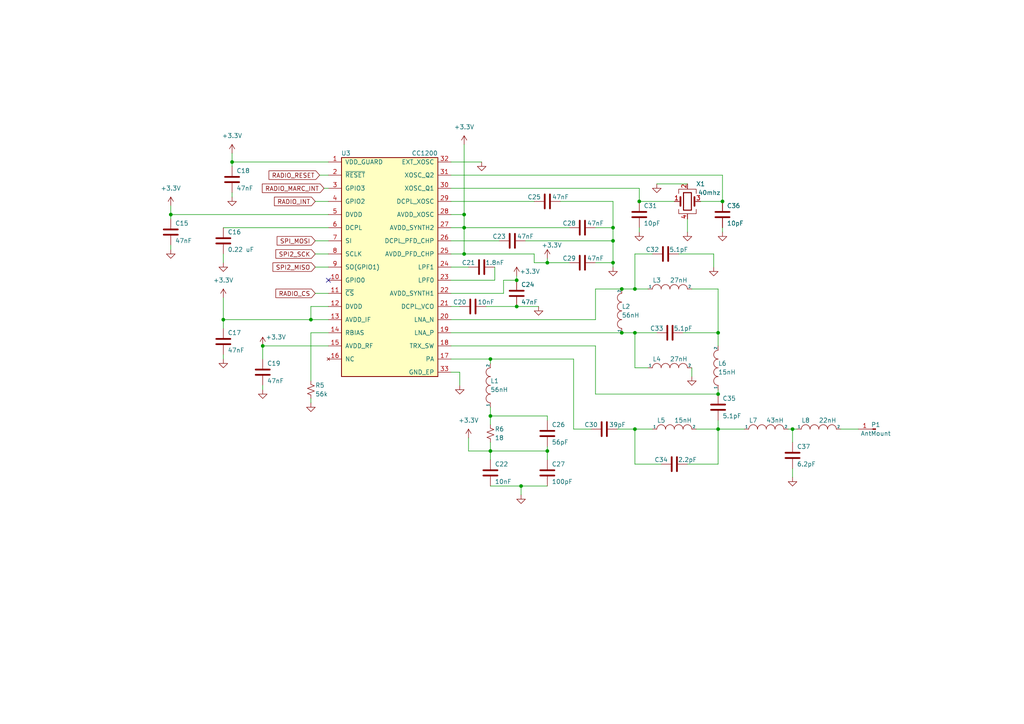
<source format=kicad_sch>
(kicad_sch (version 20211123) (generator eeschema)
  (paper "A4")
  (title_block (title "rocketBeaconModule") (date "2022-08-09") (rev "v0.1.0") (company "ArmstrongLabs") (comment 1 "monitor, additional SPI and I2C communciations.") (comment 2 "testing.  The design allows for SWO flashing, a SD card, TFT/LCD") (comment 3 "STM32F401CCU6 driving a CC1200 Radio for communications"))
  (lib_symbols
    (symbol "Connector:Conn_01x01_Male" (pin_names (offset 1.016) hide)
      (property "Reference" "J" (at 0 2.54 0))
      (property "Value" "Conn_01x01_Male" (at 0 -2.54 0))
      (symbol "Conn_01x01_Male_1_1"
        (polyline (pts (xy 1.27 0) (xy 0.8636 0)) (stroke (width 0.1524)))
        (rectangle (start 0.8636 0.127) (end 0 -0.127) (stroke (width 0.1524)) (fill (type outline)))
        (pin passive line (at 5.08 0 180) (length 3.81) (name "Pin_1") (number "1"))
      )
    )
    (symbol "Device:C" (pin_numbers hide) (pin_names (offset 0.254))
      (property "Reference" "C" (at 0.635 2.54 0))
      (property "Value" "C" (at 0.635 -2.54 0))
      (symbol "C_0_1"
        (polyline (pts (xy -2.032 -0.762) (xy 2.032 -0.762)) (stroke (width 0.508)))
        (polyline (pts (xy -2.032 0.762) (xy 2.032 0.762)) (stroke (width 0.508)))
      )
      (symbol "C_1_1"
        (pin passive line (at 0 3.81 270) (length 2.794) (name "~") (number "1"))
        (pin passive line (at 0 -3.81 90) (length 2.794) (name "~") (number "2"))
      )
    )
    (symbol "Device:Crystal_GND24" (pin_names (offset 1.016) hide)
      (property "Reference" "Y" (at 3.175 5.08 0))
      (property "Value" "Crystal_GND24" (at 3.175 3.175 0))
      (symbol "Crystal_GND24_0_1"
        (rectangle (start -1.143 2.54) (end 1.143 -2.54) (stroke (width 0.3048)))
        (polyline (pts (xy -2.54 0) (xy -2.032 0)))
        (polyline (pts (xy -2.032 -1.27) (xy -2.032 1.27)) (stroke (width 0.508)))
        (polyline (pts (xy 0 -3.81) (xy 0 -3.556)))
        (polyline (pts (xy 0 3.556) (xy 0 3.81)))
        (polyline (pts (xy 2.032 -1.27) (xy 2.032 1.27)) (stroke (width 0.508)))
        (polyline (pts (xy 2.032 0) (xy 2.54 0)))
        (polyline (pts (xy -2.54 -2.286) (xy -2.54 -3.556) (xy 2.54 -3.556) (xy 2.54 -2.286)))
        (polyline (pts (xy -2.54 2.286) (xy -2.54 3.556) (xy 2.54 3.556) (xy 2.54 2.286)))
      )
      (symbol "Crystal_GND24_1_1"
        (pin passive line (at -3.81 0 0) (length 1.27) (name "1") (number "1"))
        (pin passive line (at 0 5.08 270) (length 1.27) (name "2") (number "2"))
        (pin passive line (at 3.81 0 180) (length 1.27) (name "3") (number "3"))
        (pin passive line (at 0 -5.08 90) (length 1.27) (name "4") (number "4"))
      )
    )
    (symbol "Device:R_Small_US" (pin_numbers hide) (pin_names (offset 0.254) hide)
      (property "Reference" "R" (at 0.762 0.508 0))
      (property "Value" "R_Small_US" (at 0.762 -1.016 0))
      (symbol "R_Small_US_1_1"
        (polyline (pts (xy 0 0) (xy 1.016 -0.381) (xy 0 -0.762) (xy -1.016 -1.143) (xy 0 -1.524)))
        (polyline (pts (xy 0 1.524) (xy 1.016 1.143) (xy 0 0.762) (xy -1.016 0.381) (xy 0 0)))
        (pin passive line (at 0 2.54 270) (length 1.016) (name "~") (number "1"))
        (pin passive line (at 0 -2.54 90) (length 1.016) (name "~") (number "2"))
      )
    )
    (symbol "RF:CC1200" (pin_names (offset 1.016))
      (property "Reference" "U3" (at -12.7 29.21 0))
      (property "Value" "CC1200" (at 10.16 29.21 0))
      (symbol "CC1200_0_1"
        (rectangle (start -13.97 27.94) (end 13.97 -35.56) (stroke (width 0.254)) (fill (type background)))
      )
      (symbol "CC1200_1_1"
        (pin power_in line (at -17.78 26.67 0) (length 3.81) (name "VDD_GUARD") (number "1"))
        (pin bidirectional line (at -17.78 -7.62 0) (length 3.81) (name "GPIO0") (number "10"))
        (pin bidirectional line (at -17.78 -11.43 0) (length 3.81) (name "~{CS}") (number "11"))
        (pin power_in line (at -17.78 -15.24 0) (length 3.81) (name "DVDD") (number "12"))
        (pin power_in line (at -17.78 -19.05 0) (length 3.81) (name "AVDD_IF") (number "13"))
        (pin passive line (at -17.78 -22.86 0) (length 3.81) (name "RBIAS") (number "14"))
        (pin power_in line (at -17.78 -26.67 0) (length 3.81) (name "AVDD_RF") (number "15"))
        (pin no_connect line (at -17.78 -30.48 0) (length 3.81) (name "NC") (number "16"))
        (pin passive line (at 17.78 -30.48 180) (length 3.81) (name "PA") (number "17"))
        (pin passive line (at 17.78 -26.67 180) (length 3.81) (name "TRX_SW") (number "18"))
        (pin passive line (at 17.78 -22.86 180) (length 3.81) (name "LNA_P") (number "19"))
        (pin bidirectional line (at -17.78 22.86 0) (length 3.81) (name "~{RESET}") (number "2"))
        (pin passive line (at 17.78 -19.05 180) (length 3.81) (name "LNA_N") (number "20"))
        (pin power_out line (at 17.78 -15.24 180) (length 3.81) (name "DCPL_VCO") (number "21"))
        (pin power_in line (at 17.78 -11.43 180) (length 3.81) (name "AVDD_SYNTH1") (number "22"))
        (pin passive line (at 17.78 -7.62 180) (length 3.81) (name "LPF0") (number "23"))
        (pin passive line (at 17.78 -3.81 180) (length 3.81) (name "LPF1") (number "24"))
        (pin power_in line (at 17.78 0 180) (length 3.81) (name "AVDD_PFD_CHP") (number "25"))
        (pin power_out line (at 17.78 3.81 180) (length 3.81) (name "DCPL_PFD_CHP") (number "26"))
        (pin power_in line (at 17.78 7.62 180) (length 3.81) (name "AVDD_SYNTH2") (number "27"))
        (pin power_in line (at 17.78 11.43 180) (length 3.81) (name "AVDD_XOSC") (number "28"))
        (pin power_out line (at 17.78 15.24 180) (length 3.81) (name "DCPL_XOSC") (number "29"))
        (pin bidirectional line (at -17.78 19.05 0) (length 3.81) (name "GPIO3") (number "3"))
        (pin passive line (at 17.78 19.05 180) (length 3.81) (name "XOSC_Q1") (number "30"))
        (pin passive line (at 17.78 22.86 180) (length 3.81) (name "XOSC_Q2") (number "31"))
        (pin input line (at 17.78 26.67 180) (length 3.81) (name "EXT_XOSC") (number "32"))
        (pin power_in line (at 17.78 -34.29 180) (length 3.81) (name "GND_EP") (number "33"))
        (pin bidirectional line (at -17.78 15.24 0) (length 3.81) (name "GPIO2") (number "4"))
        (pin power_in line (at -17.78 11.43 0) (length 3.81) (name "DVDD") (number "5"))
        (pin power_out line (at -17.78 7.62 0) (length 3.81) (name "DCPL") (number "6"))
        (pin bidirectional line (at -17.78 3.81 0) (length 3.81) (name "SI") (number "7"))
        (pin bidirectional line (at -17.78 0 0) (length 3.81) (name "SCLK") (number "8"))
        (pin bidirectional line (at -17.78 -3.81 0) (length 3.81) (name "SO(GPIO1)") (number "9"))
      )
    )
    (symbol "power:+3.3V" (power) (pin_names (offset 0))
      (property "Value" "+3.3V" (at 0 3.556 0))
      (symbol "+3.3V_0_1"
        (polyline (pts (xy -0.762 1.27) (xy 0 2.54)))
        (polyline (pts (xy 0 0) (xy 0 2.54)))
        (polyline (pts (xy 0 2.54) (xy 0.762 1.27)))
      )
      (symbol "+3.3V_1_1"
        (pin power_in line (at 0 0 90) (length 0) hide (name "+3.3V") (number "1"))
      )
    )
    (symbol "power:GND" (power) (pin_names (offset 0))
      (property "Value" "GND" (at 0 -3.81 0))
      (symbol "GND_0_1"
        (polyline (pts (xy 0 0) (xy 0 -1.27) (xy 1.27 -1.27) (xy 0 -2.54) (xy -1.27 -1.27) (xy 0 -1.27)))
      )
      (symbol "GND_1_1"
        (pin power_in line (at 0 0 270) (length 0) hide (name "GND") (number "1"))
      )
    )
    (symbol "pspice:INDUCTOR" (pin_numbers hide) (pin_names (offset 0))
      (property "Reference" "L" (at 0 2.54 0))
      (property "Value" "INDUCTOR" (at 0 -1.27 0))
      (symbol "INDUCTOR_0_1"
        (arc (start -2.54 0) (mid -3.81 1.27) (end -5.08 0))
        (arc (start 0 0) (mid -1.27 1.27) (end -2.54 0))
        (arc (start 2.54 0) (mid 1.27 1.27) (end 0 0))
        (arc (start 5.08 0) (mid 3.81 1.27) (end 2.54 0))
      )
      (symbol "INDUCTOR_1_1"
        (pin input line (at -6.35 0 0) (length 1.27) (name "1") (number "1"))
        (pin input line (at 6.35 0 180) (length 1.27) (name "2") (number "2"))
      )
    )
  )
  (junction (at 208.28 96.52))
  (junction (at 149.86 88.9))
  (junction (at 134.62 73.66))
  (junction (at 64.77 92.71))
  (junction (at 142.24 104.14))
  (junction (at 90.17 92.71))
  (junction (at 49.53 62.23))
  (junction (at 158.75 76.2))
  (junction (at 177.8 69.85))
  (junction (at 209.55 58.42))
  (junction (at 177.8 76.2))
  (junction (at 151.13 140.97))
  (junction (at 76.2 100.33))
  (junction (at 229.87 124.46))
  (junction (at 177.8 66.04))
  (junction (at 142.24 130.81))
  (junction (at 180.34 96.52))
  (junction (at 67.31 46.99))
  (junction (at 184.15 124.46))
  (junction (at 180.34 83.82))
  (junction (at 134.62 66.04))
  (junction (at 134.62 62.23))
  (junction (at 208.28 124.46))
  (junction (at 149.86 81.28))
  (junction (at 185.42 58.42))
  (junction (at 184.15 83.82))
  (junction (at 142.24 120.65))
  (junction (at 184.15 96.52))
  (junction (at 158.75 130.81))
  (junction (at 208.28 114.3))
  (no_connect (at 95.25 81.28))
  (wire (pts (xy 203.2 58.42) (xy 209.55 58.42)))
  (wire (pts (xy 149.86 88.9) (xy 156.21 88.9)))
  (wire (pts (xy 158.75 76.2) (xy 165.1 76.2)))
  (wire (pts (xy 49.53 59.69) (xy 49.53 62.23)))
  (wire (pts (xy 142.24 140.97) (xy 151.13 140.97)))
  (wire (pts (xy 184.15 73.66) (xy 184.15 83.82)))
  (wire (pts (xy 185.42 54.61) (xy 185.42 58.42)))
  (wire (pts (xy 142.24 130.81) (xy 135.89 130.81)))
  (wire (pts (xy 130.81 54.61) (xy 185.42 54.61)))
  (wire (pts (xy 49.53 71.12) (xy 49.53 72.39)))
  (wire (pts (xy 172.72 83.82) (xy 180.34 83.82)))
  (wire (pts (xy 172.72 100.33) (xy 172.72 114.3)))
  (wire (pts (xy 133.35 107.95) (xy 133.35 111.76)))
  (wire (pts (xy 140.97 88.9) (xy 149.86 88.9)))
  (wire (pts (xy 184.15 134.62) (xy 184.15 124.46)))
  (wire (pts (xy 130.81 50.8) (xy 209.55 50.8)))
  (wire (pts (xy 185.42 58.42) (xy 195.58 58.42)))
  (wire (pts (xy 64.77 86.36) (xy 64.77 92.71)))
  (wire (pts (xy 229.87 124.46) (xy 231.14 124.46)))
  (wire (pts (xy 151.13 140.97) (xy 151.13 143.51)))
  (wire (pts (xy 229.87 124.46) (xy 229.87 128.27)))
  (wire (pts (xy 130.81 73.66) (xy 134.62 73.66)))
  (wire (pts (xy 142.24 130.81) (xy 142.24 133.35)))
  (wire (pts (xy 130.81 81.28) (xy 143.51 81.28)))
  (wire (pts (xy 90.17 88.9) (xy 90.17 92.71)))
  (wire (pts (xy 207.01 73.66) (xy 207.01 77.47)))
  (wire (pts (xy 198.12 96.52) (xy 208.28 96.52)))
  (wire (pts (xy 146.05 85.09) (xy 146.05 81.28)))
  (wire (pts (xy 91.44 85.09) (xy 95.25 85.09)))
  (wire (pts (xy 130.81 62.23) (xy 134.62 62.23)))
  (wire (pts (xy 49.53 62.23) (xy 95.25 62.23)))
  (wire (pts (xy 208.28 124.46) (xy 208.28 121.92)))
  (wire (pts (xy 142.24 104.14) (xy 142.24 105.41)))
  (wire (pts (xy 162.56 58.42) (xy 177.8 58.42)))
  (wire (pts (xy 130.81 66.04) (xy 134.62 66.04)))
  (wire (pts (xy 130.81 88.9) (xy 133.35 88.9)))
  (wire (pts (xy 158.75 121.92) (xy 158.75 120.65)))
  (wire (pts (xy 91.44 58.42) (xy 95.25 58.42)))
  (wire (pts (xy 209.55 50.8) (xy 209.55 58.42)))
  (wire (pts (xy 143.51 77.47) (xy 143.51 81.28)))
  (wire (pts (xy 142.24 120.65) (xy 158.75 120.65)))
  (wire (pts (xy 177.8 66.04) (xy 177.8 69.85)))
  (wire (pts (xy 191.77 134.62) (xy 184.15 134.62)))
  (wire (pts (xy 134.62 73.66) (xy 154.94 73.66)))
  (wire (pts (xy 130.81 107.95) (xy 133.35 107.95)))
  (wire (pts (xy 208.28 83.82) (xy 208.28 96.52)))
  (wire (pts (xy 134.62 62.23) (xy 134.62 66.04)))
  (wire (pts (xy 91.44 77.47) (xy 95.25 77.47)))
  (wire (pts (xy 151.13 140.97) (xy 158.75 140.97)))
  (wire (pts (xy 135.89 130.81) (xy 135.89 127)))
  (wire (pts (xy 158.75 74.93) (xy 158.75 76.2)))
  (wire (pts (xy 91.44 73.66) (xy 95.25 73.66)))
  (wire (pts (xy 64.77 92.71) (xy 90.17 92.71)))
  (wire (pts (xy 185.42 66.04) (xy 185.42 67.31)))
  (wire (pts (xy 130.81 46.99) (xy 139.7 46.99)))
  (wire (pts (xy 92.71 50.8) (xy 95.25 50.8)))
  (wire (pts (xy 67.31 55.88) (xy 67.31 57.15)))
  (wire (pts (xy 130.81 85.09) (xy 146.05 85.09)))
  (wire (pts (xy 93.98 54.61) (xy 95.25 54.61)))
  (wire (pts (xy 184.15 96.52) (xy 180.34 96.52)))
  (wire (pts (xy 172.72 76.2) (xy 177.8 76.2)))
  (wire (pts (xy 154.94 76.2) (xy 158.75 76.2)))
  (wire (pts (xy 149.86 80.01) (xy 149.86 81.28)))
  (wire (pts (xy 187.96 106.68) (xy 184.15 106.68)))
  (wire (pts (xy 154.94 73.66) (xy 154.94 76.2)))
  (wire (pts (xy 179.07 124.46) (xy 184.15 124.46)))
  (wire (pts (xy 208.28 96.52) (xy 208.28 100.33)))
  (wire (pts (xy 76.2 111.76) (xy 76.2 113.03)))
  (wire (pts (xy 199.39 63.5) (xy 199.39 67.31)))
  (wire (pts (xy 177.8 69.85) (xy 177.8 76.2)))
  (wire (pts (xy 67.31 46.99) (xy 67.31 48.26)))
  (wire (pts (xy 130.81 69.85) (xy 144.78 69.85)))
  (wire (pts (xy 209.55 66.04) (xy 209.55 67.31)))
  (wire (pts (xy 184.15 83.82) (xy 187.96 83.82)))
  (wire (pts (xy 134.62 41.91) (xy 134.62 62.23)))
  (wire (pts (xy 49.53 62.23) (xy 49.53 63.5)))
  (wire (pts (xy 208.28 113.03) (xy 208.28 114.3)))
  (wire (pts (xy 228.6 124.46) (xy 229.87 124.46)))
  (wire (pts (xy 90.17 115.57) (xy 90.17 116.84)))
  (wire (pts (xy 172.72 92.71) (xy 130.81 92.71)))
  (wire (pts (xy 95.25 46.99) (xy 67.31 46.99)))
  (wire (pts (xy 90.17 92.71) (xy 95.25 92.71)))
  (wire (pts (xy 76.2 100.33) (xy 76.2 104.14)))
  (wire (pts (xy 200.66 106.68) (xy 200.66 109.22)))
  (wire (pts (xy 130.81 77.47) (xy 135.89 77.47)))
  (wire (pts (xy 201.93 124.46) (xy 208.28 124.46)))
  (wire (pts (xy 134.62 66.04) (xy 165.1 66.04)))
  (wire (pts (xy 91.44 69.85) (xy 95.25 69.85)))
  (wire (pts (xy 146.05 81.28) (xy 149.86 81.28)))
  (wire (pts (xy 130.81 104.14) (xy 142.24 104.14)))
  (wire (pts (xy 177.8 58.42) (xy 177.8 66.04)))
  (wire (pts (xy 64.77 92.71) (xy 64.77 95.25)))
  (wire (pts (xy 243.84 124.46) (xy 248.92 124.46)))
  (wire (pts (xy 196.85 73.66) (xy 207.01 73.66)))
  (wire (pts (xy 158.75 129.54) (xy 158.75 130.81)))
  (wire (pts (xy 208.28 124.46) (xy 215.9 124.46)))
  (wire (pts (xy 172.72 114.3) (xy 208.28 114.3)))
  (wire (pts (xy 172.72 66.04) (xy 177.8 66.04)))
  (wire (pts (xy 200.66 83.82) (xy 208.28 83.82)))
  (wire (pts (xy 172.72 83.82) (xy 172.72 92.71)))
  (wire (pts (xy 152.4 69.85) (xy 177.8 69.85)))
  (wire (pts (xy 64.77 73.66) (xy 64.77 76.2)))
  (wire (pts (xy 199.39 134.62) (xy 208.28 134.62)))
  (wire (pts (xy 184.15 106.68) (xy 184.15 96.52)))
  (wire (pts (xy 142.24 104.14) (xy 166.37 104.14)))
  (wire (pts (xy 184.15 83.82) (xy 180.34 83.82)))
  (wire (pts (xy 64.77 66.04) (xy 95.25 66.04)))
  (wire (pts (xy 166.37 104.14) (xy 166.37 124.46)))
  (wire (pts (xy 177.8 76.2) (xy 177.8 77.47)))
  (wire (pts (xy 189.23 73.66) (xy 184.15 73.66)))
  (wire (pts (xy 184.15 96.52) (xy 190.5 96.52)))
  (wire (pts (xy 208.28 134.62) (xy 208.28 124.46)))
  (wire (pts (xy 95.25 96.52) (xy 90.17 96.52)))
  (wire (pts (xy 76.2 100.33) (xy 95.25 100.33)))
  (wire (pts (xy 142.24 130.81) (xy 158.75 130.81)))
  (wire (pts (xy 184.15 124.46) (xy 189.23 124.46)))
  (wire (pts (xy 158.75 130.81) (xy 158.75 133.35)))
  (wire (pts (xy 64.77 104.14) (xy 64.77 102.87)))
  (wire (pts (xy 130.81 58.42) (xy 154.94 58.42)))
  (wire (pts (xy 95.25 88.9) (xy 90.17 88.9)))
  (wire (pts (xy 67.31 46.99) (xy 67.31 44.45)))
  (wire (pts (xy 229.87 135.89) (xy 229.87 138.43)))
  (wire (pts (xy 142.24 120.65) (xy 142.24 123.19)))
  (wire (pts (xy 134.62 66.04) (xy 134.62 73.66)))
  (wire (pts (xy 190.5 53.34) (xy 199.39 53.34)))
  (wire (pts (xy 142.24 118.11) (xy 142.24 120.65)))
  (wire (pts (xy 130.81 96.52) (xy 180.34 96.52)))
  (wire (pts (xy 130.81 100.33) (xy 172.72 100.33)))
  (wire (pts (xy 90.17 96.52) (xy 90.17 110.49)))
  (wire (pts (xy 142.24 128.27) (xy 142.24 130.81)))
  (wire (pts (xy 166.37 124.46) (xy 171.45 124.46)))
  (global_label "RADIO_CS" (shape input) (at 91.44 85.09 180) (property "Intersheet References" "${INTERSHEET_REFS}" (effects hide)))
  (global_label "RADIO_MARC_INT" (shape input) (at 93.98 54.61 180) (property "Intersheet References" "${INTERSHEET_REFS}" (effects hide)))
  (global_label "SPI2_MISO" (shape input) (at 91.44 77.47 180) (property "Intersheet References" "${INTERSHEET_REFS}" (effects hide)))
  (global_label "SPI2_SCK" (shape input) (at 91.44 73.66 180) (property "Intersheet References" "${INTERSHEET_REFS}" (effects hide)))
  (global_label "RADIO_RESET" (shape input) (at 92.71 50.8 180) (property "Intersheet References" "${INTERSHEET_REFS}" (effects hide)))
  (global_label "SPI_MOSI" (shape input) (at 91.44 69.85 180) (property "Intersheet References" "${INTERSHEET_REFS}" (effects hide)))
  (global_label "RADIO_INT" (shape input) (at 91.44 58.42 180) (property "Intersheet References" "${INTERSHEET_REFS}" (effects hide)))
  (symbol (lib_id "RF:CC1200") (at 113.03 73.66 0) (unit 1)
    (property "Reference" "U3" (at 100.33 44.45 0))
    (property "Value" "CC1200" (at 123.19 44.45 0))
    (property "Footprint" "Package_DFN_QFN:QFN-32-1EP_5x5mm_P0.5mm_EP3.45x3.45mm" (effects hide))
    (property "Datasheet" "http://www.ti.com/lit/ds/symlink/cc1200.pdf" (effects hide))
  )
  (symbol (lib_id "Device:C") (at 168.91 66.04 270) (unit 1)
    (property "Reference" "C28" (at 165.1 64.77 90))
    (property "Value" "47nF" (at 172.72 64.77 90))
    (property "Footprint" "Capacitor_SMD:C_0402_1005Metric" (effects hide))
    (property "Datasheet" "https://datasheet.lcsc.com/lcsc/2004071033_TDK-CGA2B2X7R1C473KT0Y0F_C508865.pdf" (effects hide))
  )
  (symbol (lib_id "power:GND") (at 76.2 113.03 0) (unit 1)
    (property "Reference" "#PWR043" (effects hide))
    (property "Value" "GND" (effects hide))
  )
  (symbol (lib_id "power:GND") (at 49.53 72.39 0) (unit 1)
    (property "Reference" "#PWR036" (effects hide))
    (property "Value" "GND" (effects hide))
  )
  (symbol (lib_id "power:GND") (at 190.5 53.34 0) (unit 1)
    (property "Reference" "#PWR055" (effects hide))
    (property "Value" "GND" (effects hide))
  )
  (symbol (lib_id "power:GND") (at 177.8 77.47 0) (unit 1)
    (property "Reference" "#PWR053" (effects hide))
    (property "Value" "GND" (effects hide))
  )
  (symbol (lib_id "pspice:INDUCTOR") (at 237.49 124.46 0) (unit 1)
    (property "Reference" "L8" (at 233.68 121.92 0))
    (property "Value" "22nH" (at 240.03 121.92 0))
    (property "Footprint" "Capacitor_SMD:C_0402_1005Metric" (effects hide))
    (property "Datasheet" "https://datasheet.lcsc.com/lcsc/1811081613_Murata-Electronics-LQG15HS22NJ02D_C12670.pdf" (effects hide))
  )
  (symbol (lib_id "power:GND") (at 156.21 88.9 0) (unit 1)
    (property "Reference" "#PWR051" (effects hide))
    (property "Value" "GND" (effects hide))
  )
  (symbol (lib_id "power:GND") (at 64.77 104.14 0) (unit 1)
    (property "Reference" "#PWR039" (effects hide))
    (property "Value" "GND" (effects hide))
  )
  (symbol (lib_id "power:+3.3V") (at 149.86 80.01 0) (unit 1)
    (property "Reference" "#PWR049" (effects hide))
    (property "Value" "+3.3V" (at 153.67 78.74 0))
  )
  (symbol (lib_id "power:GND") (at 64.77 76.2 0) (unit 1)
    (property "Reference" "#PWR037" (effects hide))
    (property "Value" "GND" (effects hide))
  )
  (symbol (lib_id "pspice:INDUCTOR") (at 194.31 83.82 0) (unit 1)
    (property "Reference" "L3" (at 190.5 81.28 0))
    (property "Value" "27nH" (at 196.85 81.28 0))
    (property "Footprint" "Capacitor_SMD:C_0402_1005Metric" (effects hide))
    (property "Datasheet" "https://datasheet.lcsc.com/lcsc/1811081610_Murata-Electronics-LQG15HS27NJ02D_C12669.pdf" (effects hide))
  )
  (symbol (lib_id "Device:C") (at 185.42 62.23 0) (unit 1)
    (property "Reference" "C31" (at 186.69 59.69 0) (effects (justify left)))
    (property "Value" "10pF" (at 186.69 64.77 0) (effects (justify left)))
    (property "Footprint" "Capacitor_SMD:C_0402_1005Metric" (effects hide))
    (property "Datasheet" "https://datasheet.lcsc.com/lcsc/1811061736_Walsin-Tech-Corp-0402N100J500CT_C301961.pdf" (effects hide))
  )
  (symbol (lib_id "Device:C") (at 139.7 77.47 270) (unit 1)
    (property "Reference" "C21" (at 135.89 76.2 90))
    (property "Value" "1.8nF" (at 143.51 76.2 90))
    (property "Footprint" "Capacitor_SMD:C_0402_1005Metric" (effects hide))
    (property "Datasheet" "https://datasheet.lcsc.com/lcsc/1810191621_Walsin-Tech-Corp-0402B182K500CT_C152808.pdf" (effects hide))
  )
  (symbol (lib_id "Device:C") (at 148.59 69.85 270) (unit 1)
    (property "Reference" "C23" (at 144.78 68.58 90))
    (property "Value" "47nF" (at 152.4 68.58 90))
    (property "Footprint" "Capacitor_SMD:C_0402_1005Metric" (effects hide))
    (property "Datasheet" "https://datasheet.lcsc.com/lcsc/2004071033_TDK-CGA2B2X7R1C473KT0Y0F_C508865.pdf" (effects hide))
  )
  (symbol (lib_id "power:GND") (at 151.13 143.51 0) (unit 1)
    (property "Reference" "#PWR050" (effects hide))
    (property "Value" "GND" (effects hide))
  )
  (symbol (lib_id "Device:C") (at 64.77 99.06 0) (unit 1)
    (property "Reference" "C17" (at 66.04 96.52 0) (effects (justify left)))
    (property "Value" "47nF" (at 66.04 101.6 0) (effects (justify left)))
    (property "Footprint" "Capacitor_SMD:C_0402_1005Metric" (effects hide))
    (property "Datasheet" "https://datasheet.lcsc.com/lcsc/2004071033_TDK-CGA2B2X7R1C473KT0Y0F_C508865.pdf" (effects hide))
  )
  (symbol (lib_id "Device:C") (at 209.55 62.23 0) (unit 1)
    (property "Reference" "C36" (at 210.82 59.69 0) (effects (justify left)))
    (property "Value" "10pF" (at 210.82 64.77 0) (effects (justify left)))
    (property "Footprint" "Capacitor_SMD:C_0402_1005Metric" (effects hide))
    (property "Datasheet" "https://datasheet.lcsc.com/lcsc/1811061736_Walsin-Tech-Corp-0402N100J500CT_C301961.pdf" (effects hide))
  )
  (symbol (lib_id "Device:C") (at 149.86 85.09 0) (unit 1)
    (property "Reference" "C24" (at 151.13 82.55 0) (effects (justify left)))
    (property "Value" "47nF" (at 151.13 87.63 0) (effects (justify left)))
    (property "Footprint" "Capacitor_SMD:C_0402_1005Metric" (effects hide))
    (property "Datasheet" "https://datasheet.lcsc.com/lcsc/2004071033_TDK-CGA2B2X7R1C473KT0Y0F_C508865.pdf" (effects hide))
  )
  (symbol (lib_id "Device:C") (at 158.75 137.16 0) (unit 1)
    (property "Reference" "C27" (at 160.02 134.62 0) (effects (justify left)))
    (property "Value" "100pF" (at 160.02 139.7 0) (effects (justify left)))
    (property "Footprint" "Capacitor_SMD:C_0402_1005Metric" (effects hide))
    (property "Datasheet" "https://datasheet.lcsc.com/lcsc/1811081510_Murata-Electronics-GCM1555C1H101JA16D_C126492.pdf" (effects hide))
  )
  (symbol (lib_id "Device:C") (at 193.04 73.66 270) (unit 1)
    (property "Reference" "C32" (at 189.23 72.39 90))
    (property "Value" "5.1pF" (at 196.85 72.39 90))
    (property "Footprint" "Capacitor_SMD:C_0402_1005Metric" (effects hide))
    (property "Datasheet" "https://datasheet.lcsc.com/lcsc/1810241229_YAGEO-CC0402CRNPO9BN5R1_C281761.pdf" (effects hide))
  )
  (symbol (lib_id "power:GND") (at 67.31 57.15 0) (unit 1)
    (property "Reference" "#PWR041" (effects hide))
    (property "Value" "GND" (effects hide))
  )
  (symbol (lib_id "pspice:INDUCTOR") (at 222.25 124.46 0) (unit 1)
    (property "Reference" "L7" (at 218.44 121.92 0))
    (property "Value" "43nH" (at 224.79 121.92 0))
    (property "Footprint" "Capacitor_SMD:C_0402_1005Metric" (effects hide))
    (property "Datasheet" "https://datasheet.lcsc.com/lcsc/1810010216_TDK-MLG1005S43NJT000_C99149.pdf" (effects hide))
  )
  (symbol (lib_id "Device:R_Small_US") (at 90.17 113.03 0) (unit 1)
    (property "Reference" "R5" (at 91.44 111.76 0) (effects (justify left)))
    (property "Value" "56k" (at 91.44 114.3 0) (effects (justify left)))
    (property "Footprint" "Capacitor_SMD:C_0402_1005Metric" (effects hide))
    (property "Datasheet" "https://datasheet.lcsc.com/lcsc/2206010100_UNI-ROYAL-Uniroyal-Elec-0402WGF5602TCE_C25796.pdf" (effects hide))
  )
  (symbol (lib_id "Device:C") (at 158.75 58.42 270) (unit 1)
    (property "Reference" "C25" (at 154.94 57.15 90))
    (property "Value" "47nF" (at 162.56 57.15 90))
    (property "Footprint" "Capacitor_SMD:C_0402_1005Metric" (effects hide))
    (property "Datasheet" "https://datasheet.lcsc.com/lcsc/2004071033_TDK-CGA2B2X7R1C473KT0Y0F_C508865.pdf" (effects hide))
  )
  (symbol (lib_id "power:GND") (at 90.17 116.84 0) (unit 1)
    (property "Reference" "#PWR044" (effects hide))
    (property "Value" "GND" (effects hide))
  )
  (symbol (lib_id "Device:C") (at 142.24 137.16 0) (unit 1)
    (property "Reference" "C22" (at 143.51 134.62 0) (effects (justify left)))
    (property "Value" "10nF" (at 143.51 139.7 0) (effects (justify left)))
    (property "Footprint" "Capacitor_SMD:C_0402_1005Metric" (effects hide))
    (property "Datasheet" "https://datasheet.lcsc.com/lcsc/1808291033_Johanson-Dielectrics-250R07W103KV4T_C167438.pdf" (effects hide))
  )
  (symbol (lib_id "power:GND") (at 207.01 77.47 0) (unit 1)
    (property "Reference" "#PWR058" (effects hide))
    (property "Value" "GND" (effects hide))
  )
  (symbol (lib_id "Device:C") (at 49.53 67.31 0) (unit 1)
    (property "Reference" "C15" (at 50.8 64.77 0) (effects (justify left)))
    (property "Value" "47nF" (at 50.8 69.85 0) (effects (justify left)))
    (property "Footprint" "Capacitor_SMD:C_0402_1005Metric" (effects hide))
    (property "Datasheet" "https://datasheet.lcsc.com/lcsc/2004071033_TDK-CGA2B2X7R1C473KT0Y0F_C508865.pdf" (effects hide))
  )
  (symbol (lib_id "Device:C") (at 168.91 76.2 270) (unit 1)
    (property "Reference" "C29" (at 165.1 74.93 90))
    (property "Value" "47nF" (at 172.72 74.93 90))
    (property "Footprint" "Capacitor_SMD:C_0402_1005Metric" (effects hide))
    (property "Datasheet" "https://datasheet.lcsc.com/lcsc/2004071033_TDK-CGA2B2X7R1C473KT0Y0F_C508865.pdf" (effects hide))
  )
  (symbol (lib_id "power:+3.3V") (at 67.31 44.45 0) (unit 1)
    (property "Reference" "#PWR040" (effects hide))
    (property "Value" "+3.3V" (at 67.31 39.37 0))
  )
  (symbol (lib_id "power:GND") (at 199.39 67.31 0) (unit 1)
    (property "Reference" "#PWR056" (effects hide))
    (property "Value" "GND" (effects hide))
  )
  (symbol (lib_id "pspice:INDUCTOR") (at 194.31 106.68 0) (unit 1)
    (property "Reference" "L4" (at 190.5 104.14 0))
    (property "Value" "27nH" (at 196.85 104.14 0))
    (property "Footprint" "Capacitor_SMD:C_0402_1005Metric" (effects hide))
    (property "Datasheet" "https://datasheet.lcsc.com/lcsc/1811081610_Murata-Electronics-LQG15HS27NJ02D_C12669.pdf" (effects hide))
  )
  (symbol (lib_id "Device:C") (at 195.58 134.62 270) (unit 1)
    (property "Reference" "C34" (at 191.77 133.35 90))
    (property "Value" "2.2pF" (at 199.39 133.35 90))
    (property "Footprint" "Capacitor_SMD:C_0402_1005Metric" (effects hide))
    (property "Datasheet" "https://datasheet.lcsc.com/lcsc/1811081723_Murata-Electronics-GJM1555C1H2R2BB01D_C88886.pdf" (effects hide))
  )
  (symbol (lib_id "Device:C") (at 67.31 52.07 0) (unit 1)
    (property "Reference" "C18" (at 68.58 49.53 0) (effects (justify left)))
    (property "Value" "47nF" (at 68.58 54.61 0) (effects (justify left)))
    (property "Footprint" "Capacitor_SMD:C_0402_1005Metric" (effects hide))
    (property "Datasheet" "https://datasheet.lcsc.com/lcsc/2004071033_TDK-CGA2B2X7R1C473KT0Y0F_C508865.pdf" (effects hide))
  )
  (symbol (lib_id "power:+3.3V") (at 134.62 41.91 0) (unit 1)
    (property "Reference" "#PWR046" (effects hide))
    (property "Value" "+3.3V" (at 134.62 36.83 0))
  )
  (symbol (lib_id "Device:C") (at 194.31 96.52 270) (unit 1)
    (property "Reference" "C33" (at 190.5 95.25 90))
    (property "Value" "5.1pF" (at 198.12 95.25 90))
    (property "Footprint" "Capacitor_SMD:C_0402_1005Metric" (effects hide))
    (property "Datasheet" "https://datasheet.lcsc.com/lcsc/1810241229_YAGEO-CC0402CRNPO9BN5R1_C281761.pdf" (effects hide))
  )
  (symbol (lib_id "pspice:INDUCTOR") (at 142.24 111.76 90) (unit 1)
    (property "Reference" "L1" (at 142.24 110.49 90) (effects (justify right)))
    (property "Value" "56nH" (at 142.24 113.03 90) (effects (justify right)))
    (property "Footprint" "Capacitor_SMD:C_0402_1005Metric" (effects hide))
    (property "Datasheet" "https://datasheet.lcsc.com/lcsc/1811081511_Murata-Electronics-LQG15HS56NJ02D_C162544.pdf" (effects hide))
  )
  (symbol (lib_id "pspice:INDUCTOR") (at 208.28 106.68 90) (unit 1)
    (property "Reference" "L6" (at 208.28 105.41 90) (effects (justify right)))
    (property "Value" "15nH" (at 208.28 107.95 90) (effects (justify right)))
    (property "Footprint" "Capacitor_SMD:C_0402_1005Metric" (effects hide))
    (property "Datasheet" "https://datasheet.lcsc.com/lcsc/1811081610_Murata-Electronics-LQG15HS15NJ02D_C86059.pdf" (effects hide))
  )
  (symbol (lib_id "Device:Crystal_GND24") (at 199.39 58.42 0) (unit 1)
    (property "Reference" "X1" (at 203.2 53.34 0))
    (property "Value" "40mhz" (at 205.74 55.88 0))
    (property "Footprint" "Oscillator:Oscillator_SMD_Abracon_ASE-4Pin_3.2x2.5mm" (effects hide))
    (property "Datasheet" "https://abracon.com/Resonators/ABM8W.pdf" (effects hide))
  )
  (symbol (lib_id "power:GND") (at 200.66 109.22 0) (unit 1)
    (property "Reference" "#PWR057" (effects hide))
    (property "Value" "GND" (effects hide))
  )
  (symbol (lib_id "Device:R_Small_US") (at 142.24 125.73 0) (unit 1)
    (property "Reference" "R6" (at 143.51 124.46 0) (effects (justify left)))
    (property "Value" "18" (at 143.51 127 0) (effects (justify left)))
    (property "Footprint" "Capacitor_SMD:C_0402_1005Metric" (effects hide))
    (property "Datasheet" "https://datasheet.lcsc.com/lcsc/2205311900_UNI-ROYAL-Uniroyal-Elec-0402WGF180JTCE_C25084.pdf" (effects hide))
  )
  (symbol (lib_id "Device:C") (at 64.77 69.85 0) (unit 1)
    (property "Reference" "C16" (at 66.04 67.31 0) (effects (justify left)))
    (property "Value" "0.22 uF" (at 66.04 72.39 0) (effects (justify left)))
    (property "Footprint" "Capacitor_SMD:C_0402_1005Metric" (effects hide))
    (property "Datasheet" "https://jlcpcb.com/partdetail/Tdk-CGA2B2X7R1C473KT0Y0F/C508865" (effects hide))
  )
  (symbol (lib_id "power:GND") (at 185.42 67.31 0) (unit 1)
    (property "Reference" "#PWR054" (effects hide))
    (property "Value" "GND" (effects hide))
  )
  (symbol (lib_id "power:+3.3V") (at 64.77 86.36 0) (unit 1)
    (property "Reference" "#PWR038" (effects hide))
    (property "Value" "+3.3V" (at 64.77 81.28 0))
  )
  (symbol (lib_id "Device:C") (at 137.16 88.9 270) (unit 1)
    (property "Reference" "C20" (at 133.35 87.63 90))
    (property "Value" "10nF" (at 140.97 87.63 90))
    (property "Footprint" "Capacitor_SMD:C_0402_1005Metric" (effects hide))
    (property "Datasheet" "https://datasheet.lcsc.com/lcsc/1808291033_Johanson-Dielectrics-250R07W103KV4T_C167438.pdf" (effects hide))
  )
  (symbol (lib_id "power:GND") (at 209.55 67.31 0) (unit 1)
    (property "Reference" "#PWR059" (effects hide))
    (property "Value" "GND" (effects hide))
  )
  (symbol (lib_id "power:+3.3V") (at 135.89 127 0) (unit 1)
    (property "Reference" "#PWR047" (effects hide))
    (property "Value" "+3.3V" (at 135.89 121.92 0))
  )
  (symbol (lib_id "power:+3.3V") (at 49.53 59.69 0) (unit 1)
    (property "Reference" "#PWR035" (effects hide))
    (property "Value" "+3.3V" (at 49.53 54.61 0))
  )
  (symbol (lib_id "power:+3.3V") (at 158.75 74.93 0) (unit 1)
    (property "Reference" "#PWR052" (effects hide))
    (property "Value" "+3.3V" (at 160.02 71.12 0))
  )
  (symbol (lib_id "power:GND") (at 139.7 46.99 0) (unit 1)
    (property "Reference" "#PWR048" (effects hide))
    (property "Value" "GND" (effects hide))
  )
  (symbol (lib_id "Device:C") (at 229.87 132.08 0) (unit 1)
    (property "Reference" "C37" (at 231.14 129.54 0) (effects (justify left)))
    (property "Value" "6.2pF" (at 231.14 134.62 0) (effects (justify left)))
    (property "Footprint" "Capacitor_SMD:C_0402_1005Metric" (effects hide))
    (property "Datasheet" "https://datasheet.lcsc.com/lcsc/1912111437_Murata-Electronics-GJM1555C1H6R2CB01D_C415542.pdf" (effects hide))
  )
  (symbol (lib_id "Device:C") (at 208.28 118.11 0) (unit 1)
    (property "Reference" "C35" (at 209.55 115.57 0) (effects (justify left)))
    (property "Value" "5.1pF" (at 209.55 120.65 0) (effects (justify left)))
    (property "Footprint" "Capacitor_SMD:C_0402_1005Metric" (effects hide))
    (property "Datasheet" "https://datasheet.lcsc.com/lcsc/1810241229_YAGEO-CC0402CRNPO9BN5R1_C281761.pdf" (effects hide))
  )
  (symbol (lib_id "pspice:INDUCTOR") (at 180.34 90.17 90) (unit 1)
    (property "Reference" "L2" (at 180.34 88.9 90) (effects (justify right)))
    (property "Value" "56nH" (at 180.34 91.44 90) (effects (justify right)))
    (property "Footprint" "Capacitor_SMD:C_0402_1005Metric" (effects hide))
    (property "Datasheet" "https://datasheet.lcsc.com/lcsc/1811081511_Murata-Electronics-LQG15HS56NJ02D_C162544.pdf" (effects hide))
  )
  (symbol (lib_id "pspice:INDUCTOR") (at 195.58 124.46 0) (unit 1)
    (property "Reference" "L5" (at 191.77 121.92 0))
    (property "Value" "15nH" (at 198.12 121.92 0))
    (property "Footprint" "Capacitor_SMD:C_0402_1005Metric" (effects hide))
    (property "Datasheet" "https://datasheet.lcsc.com/lcsc/1811081610_Murata-Electronics-LQG15HS15NJ02D_C86059.pdf" (effects hide))
  )
  (symbol (lib_id "Device:C") (at 175.26 124.46 270) (unit 1)
    (property "Reference" "C30" (at 171.45 123.19 90))
    (property "Value" "39pF" (at 179.07 123.19 90))
    (property "Footprint" "Capacitor_SMD:C_0402_1005Metric" (effects hide))
    (property "Datasheet" "https://datasheet.lcsc.com/lcsc/1810231022_Samsung-Electro-Mechanics-CL05C390JB5NNNC_C86288.pdf" (effects hide))
  )
  (symbol (lib_id "Device:C") (at 158.75 125.73 0) (unit 1)
    (property "Reference" "C26" (at 160.02 123.19 0) (effects (justify left)))
    (property "Value" "56pF" (at 160.02 128.27 0) (effects (justify left)))
    (property "Footprint" "Capacitor_SMD:C_0402_1005Metric" (effects hide))
    (property "Datasheet" "https://datasheet.lcsc.com/lcsc/1912111437_Walsin-Tech-Corp-MT15N560J500CT_C335543.pdf" (effects hide))
  )
  (symbol (lib_id "Device:C") (at 76.2 107.95 0) (unit 1)
    (property "Reference" "C19" (at 77.47 105.41 0) (effects (justify left)))
    (property "Value" "47nF" (at 77.47 110.49 0) (effects (justify left)))
    (property "Footprint" "Capacitor_SMD:C_0402_1005Metric" (effects hide))
    (property "Datasheet" "https://datasheet.lcsc.com/lcsc/2004071033_TDK-CGA2B2X7R1C473KT0Y0F_C508865.pdf" (effects hide))
  )
  (symbol (lib_id "power:+3.3V") (at 76.2 100.33 0) (unit 1)
    (property "Reference" "#PWR042" (effects hide))
    (property "Value" "+3.3V" (at 80.01 97.79 0))
  )
  (symbol (lib_id "Connector:Conn_01x01_Male") (at 254 124.46 180) (unit 1)
    (property "Reference" "P1" (at 254 123.19 0))
    (property "Value" "AntMount" (at 254 125.73 0))
    (property "Footprint" "Connector_Coaxial:SMA_Amphenol_132134-11_Vertical" (effects hide))
    (property "Datasheet" "C504007" (effects hide))
  )
  (symbol (lib_id "power:GND") (at 229.87 138.43 0) (unit 1)
    (property "Reference" "#PWR060" (effects hide))
    (property "Value" "GND" (effects hide))
  )
  (symbol (lib_id "power:GND") (at 133.35 111.76 0) (unit 1)
    (property "Reference" "#PWR045" (effects hide))
    (property "Value" "GND" (effects hide))
  )
)
</source>
